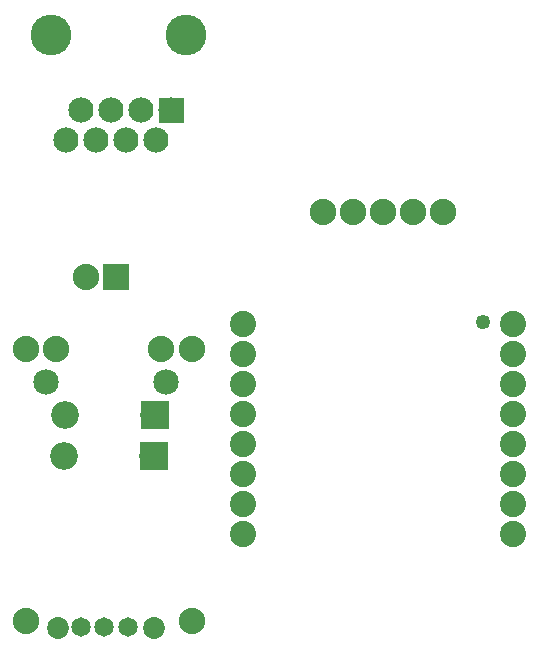
<source format=gts>
G04 MADE WITH FRITZING*
G04 WWW.FRITZING.ORG*
G04 DOUBLE SIDED*
G04 HOLES PLATED*
G04 CONTOUR ON CENTER OF CONTOUR VECTOR*
%ASAXBY*%
%FSLAX23Y23*%
%MOIN*%
%OFA0B0*%
%SFA1.0B1.0*%
%ADD10C,0.084000*%
%ADD11C,0.135984*%
%ADD12C,0.088000*%
%ADD13C,0.087778*%
%ADD14C,0.085000*%
%ADD15C,0.092000*%
%ADD16C,0.049370*%
%ADD17C,0.072992*%
%ADD18C,0.065118*%
%ADD19R,0.092000X0.092000*%
%ADD20R,0.088000X0.088000*%
%ADD21R,0.001000X0.001000*%
%LNMASK1*%
G90*
G70*
G54D10*
X219Y1689D03*
X269Y1789D03*
X319Y1689D03*
X419Y1689D03*
X519Y1689D03*
X369Y1789D03*
X469Y1789D03*
X569Y1789D03*
G54D11*
X619Y2039D03*
X169Y2039D03*
G54D12*
X85Y86D03*
X637Y86D03*
X85Y995D03*
X185Y995D03*
X536Y995D03*
X637Y995D03*
G54D13*
X808Y1078D03*
X808Y978D03*
X808Y878D03*
X808Y778D03*
X808Y678D03*
X808Y578D03*
X808Y478D03*
X808Y378D03*
X1708Y378D03*
X1708Y478D03*
X1708Y578D03*
X1708Y678D03*
X1708Y778D03*
X1708Y878D03*
X1708Y978D03*
X1708Y1078D03*
G54D14*
X150Y883D03*
X550Y883D03*
X150Y883D03*
X550Y883D03*
G54D15*
X513Y775D03*
X215Y775D03*
X513Y775D03*
X215Y775D03*
X509Y636D03*
X211Y636D03*
X509Y636D03*
X211Y636D03*
G54D12*
X385Y1235D03*
X285Y1235D03*
X1075Y1449D03*
X1175Y1449D03*
X1275Y1449D03*
X1375Y1449D03*
X1475Y1449D03*
G54D16*
X1608Y1085D03*
G54D17*
X512Y62D03*
X193Y62D03*
G54D18*
X425Y66D03*
X346Y67D03*
X267Y67D03*
G54D19*
X514Y775D03*
X514Y775D03*
X510Y636D03*
X510Y636D03*
G54D20*
X385Y1235D03*
G54D21*
X528Y1831D02*
X611Y1831D01*
X528Y1830D02*
X611Y1830D01*
X528Y1829D02*
X611Y1829D01*
X528Y1828D02*
X611Y1828D01*
X528Y1827D02*
X611Y1827D01*
X528Y1826D02*
X611Y1826D01*
X528Y1825D02*
X611Y1825D01*
X528Y1824D02*
X611Y1824D01*
X528Y1823D02*
X611Y1823D01*
X528Y1822D02*
X611Y1822D01*
X528Y1821D02*
X611Y1821D01*
X528Y1820D02*
X611Y1820D01*
X528Y1819D02*
X611Y1819D01*
X528Y1818D02*
X611Y1818D01*
X528Y1817D02*
X611Y1817D01*
X528Y1816D02*
X611Y1816D01*
X528Y1815D02*
X611Y1815D01*
X528Y1814D02*
X611Y1814D01*
X528Y1813D02*
X611Y1813D01*
X528Y1812D02*
X611Y1812D01*
X528Y1811D02*
X611Y1811D01*
X528Y1810D02*
X611Y1810D01*
X528Y1809D02*
X611Y1809D01*
X528Y1808D02*
X611Y1808D01*
X528Y1807D02*
X611Y1807D01*
X528Y1806D02*
X611Y1806D01*
X528Y1805D02*
X611Y1805D01*
X528Y1804D02*
X611Y1804D01*
X528Y1803D02*
X564Y1803D01*
X575Y1803D02*
X611Y1803D01*
X528Y1802D02*
X562Y1802D01*
X577Y1802D02*
X611Y1802D01*
X528Y1801D02*
X560Y1801D01*
X579Y1801D02*
X611Y1801D01*
X528Y1800D02*
X559Y1800D01*
X580Y1800D02*
X611Y1800D01*
X528Y1799D02*
X558Y1799D01*
X581Y1799D02*
X611Y1799D01*
X528Y1798D02*
X557Y1798D01*
X582Y1798D02*
X611Y1798D01*
X528Y1797D02*
X556Y1797D01*
X582Y1797D02*
X611Y1797D01*
X528Y1796D02*
X556Y1796D01*
X583Y1796D02*
X611Y1796D01*
X528Y1795D02*
X555Y1795D01*
X583Y1795D02*
X611Y1795D01*
X528Y1794D02*
X555Y1794D01*
X584Y1794D02*
X611Y1794D01*
X528Y1793D02*
X555Y1793D01*
X584Y1793D02*
X611Y1793D01*
X528Y1792D02*
X554Y1792D01*
X584Y1792D02*
X611Y1792D01*
X528Y1791D02*
X554Y1791D01*
X584Y1791D02*
X611Y1791D01*
X528Y1790D02*
X554Y1790D01*
X584Y1790D02*
X611Y1790D01*
X528Y1789D02*
X554Y1789D01*
X584Y1789D02*
X611Y1789D01*
X528Y1788D02*
X554Y1788D01*
X584Y1788D02*
X611Y1788D01*
X528Y1787D02*
X554Y1787D01*
X584Y1787D02*
X611Y1787D01*
X528Y1786D02*
X554Y1786D01*
X584Y1786D02*
X611Y1786D01*
X528Y1785D02*
X555Y1785D01*
X584Y1785D02*
X611Y1785D01*
X528Y1784D02*
X555Y1784D01*
X584Y1784D02*
X611Y1784D01*
X528Y1783D02*
X555Y1783D01*
X583Y1783D02*
X611Y1783D01*
X528Y1782D02*
X556Y1782D01*
X583Y1782D02*
X611Y1782D01*
X528Y1781D02*
X557Y1781D01*
X582Y1781D02*
X611Y1781D01*
X528Y1780D02*
X557Y1780D01*
X581Y1780D02*
X611Y1780D01*
X528Y1779D02*
X558Y1779D01*
X580Y1779D02*
X611Y1779D01*
X528Y1778D02*
X559Y1778D01*
X579Y1778D02*
X611Y1778D01*
X528Y1777D02*
X561Y1777D01*
X578Y1777D02*
X611Y1777D01*
X528Y1776D02*
X562Y1776D01*
X576Y1776D02*
X611Y1776D01*
X528Y1775D02*
X565Y1775D01*
X574Y1775D02*
X611Y1775D01*
X528Y1774D02*
X611Y1774D01*
X528Y1773D02*
X611Y1773D01*
X528Y1772D02*
X611Y1772D01*
X528Y1771D02*
X611Y1771D01*
X528Y1770D02*
X611Y1770D01*
X528Y1769D02*
X611Y1769D01*
X528Y1768D02*
X611Y1768D01*
X528Y1767D02*
X611Y1767D01*
X528Y1766D02*
X611Y1766D01*
X528Y1765D02*
X611Y1765D01*
X528Y1764D02*
X611Y1764D01*
X528Y1763D02*
X611Y1763D01*
X528Y1762D02*
X611Y1762D01*
X528Y1761D02*
X611Y1761D01*
X528Y1760D02*
X611Y1760D01*
X528Y1759D02*
X611Y1759D01*
X528Y1758D02*
X611Y1758D01*
X528Y1757D02*
X611Y1757D01*
X528Y1756D02*
X611Y1756D01*
X528Y1755D02*
X611Y1755D01*
X528Y1754D02*
X611Y1754D01*
X528Y1753D02*
X611Y1753D01*
X528Y1752D02*
X611Y1752D01*
X528Y1751D02*
X611Y1751D01*
X528Y1750D02*
X611Y1750D01*
X528Y1749D02*
X611Y1749D01*
X528Y1748D02*
X611Y1748D01*
D02*
G04 End of Mask1*
M02*
</source>
